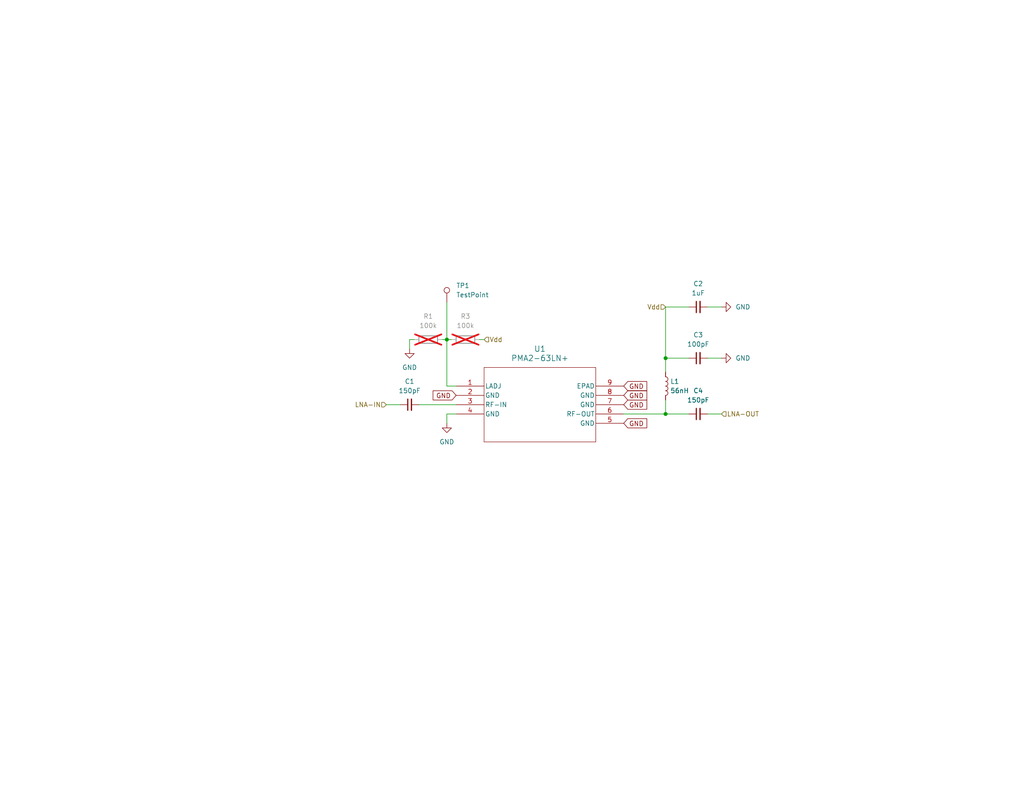
<source format=kicad_sch>
(kicad_sch (version 20230121) (generator eeschema)

  (uuid eb1bfdab-8793-4eee-ac7f-2e790d598c22)

  (paper "USLetter")

  (title_block
    (title "RF-DFS Gain Circuit")
    (date "2/23/2024")
    (rev "C")
    (company "National Radio Astronomy Observatory")
    (comment 1 "Remy Nguyen")
  )

  (lib_symbols
    (symbol "PMA2-63LN+_1" (pin_names (offset 0.254)) (in_bom yes) (on_board yes)
      (property "Reference" "U1" (at 22.86 10.16 0)
        (effects (font (size 1.524 1.524)))
      )
      (property "Value" "PMA2-63LN+" (at 22.86 7.62 0)
        (effects (font (size 1.524 1.524)))
      )
      (property "Footprint" "Imports:SON8_PMA2_MNC" (at 0 0 0)
        (effects (font (size 1.27 1.27) italic) hide)
      )
      (property "Datasheet" "PMA2-63LN+" (at 0 0 0)
        (effects (font (size 1.27 1.27) italic) hide)
      )
      (property "ki_locked" "" (at 0 0 0)
        (effects (font (size 1.27 1.27)))
      )
      (property "ki_keywords" "PMA2-63LN+" (at 0 0 0)
        (effects (font (size 1.27 1.27)) hide)
      )
      (property "ki_fp_filters" "SON8_PMA2_MNC SON8_PMA2_MNC-M SON8_PMA2_MNC-L" (at 0 0 0)
        (effects (font (size 1.27 1.27)) hide)
      )
      (symbol "PMA2-63LN+_1_0_1"
        (polyline
          (pts
            (xy 7.62 -15.24)
            (xy 38.1 -15.24)
          )
          (stroke (width 0.127) (type default))
          (fill (type none))
        )
        (polyline
          (pts
            (xy 7.62 5.08)
            (xy 7.62 -15.24)
          )
          (stroke (width 0.127) (type default))
          (fill (type none))
        )
        (polyline
          (pts
            (xy 38.1 -15.24)
            (xy 38.1 5.08)
          )
          (stroke (width 0.127) (type default))
          (fill (type none))
        )
        (polyline
          (pts
            (xy 38.1 5.08)
            (xy 7.62 5.08)
          )
          (stroke (width 0.127) (type default))
          (fill (type none))
        )
        (pin bidirectional line (at 0 0 0) (length 7.62)
          (name "LADJ" (effects (font (size 1.27 1.27))))
          (number "1" (effects (font (size 1.27 1.27))))
        )
        (pin input line (at 0 -5.08 0) (length 7.62)
          (name "RF-IN" (effects (font (size 1.27 1.27))))
          (number "3" (effects (font (size 1.27 1.27))))
        )
        (pin output line (at 45.72 -7.62 180) (length 7.62)
          (name "RF-OUT" (effects (font (size 1.27 1.27))))
          (number "6" (effects (font (size 1.27 1.27))))
        )
      )
      (symbol "PMA2-63LN+_1_1_1"
        (pin power_in line (at 0 -2.54 0) (length 7.62)
          (name "GND" (effects (font (size 1.27 1.27))))
          (number "2" (effects (font (size 1.27 1.27))))
        )
        (pin power_in line (at 0 -7.62 0) (length 7.62)
          (name "GND" (effects (font (size 1.27 1.27))))
          (number "4" (effects (font (size 1.27 1.27))))
        )
        (pin power_in line (at 45.72 -10.16 180) (length 7.62)
          (name "GND" (effects (font (size 1.27 1.27))))
          (number "5" (effects (font (size 1.27 1.27))))
        )
        (pin power_in line (at 45.72 -5.08 180) (length 7.62)
          (name "GND" (effects (font (size 1.27 1.27))))
          (number "7" (effects (font (size 1.27 1.27))))
        )
        (pin power_in line (at 45.72 -2.54 180) (length 7.62)
          (name "GND" (effects (font (size 1.27 1.27))))
          (number "8" (effects (font (size 1.27 1.27))))
        )
        (pin power_in line (at 45.72 0 180) (length 7.62)
          (name "EPAD" (effects (font (size 1.27 1.27))))
          (number "9" (effects (font (size 1.27 1.27))))
        )
      )
    )
    (symbol "power:GND" (power) (pin_names (offset 0)) (in_bom yes) (on_board yes)
      (property "Reference" "#PWR" (at 0 -6.35 0)
        (effects (font (size 1.27 1.27)) hide)
      )
      (property "Value" "GND" (at 0 -3.81 0)
        (effects (font (size 1.27 1.27)))
      )
      (property "Footprint" "" (at 0 0 0)
        (effects (font (size 1.27 1.27)) hide)
      )
      (property "Datasheet" "" (at 0 0 0)
        (effects (font (size 1.27 1.27)) hide)
      )
      (property "ki_keywords" "global power" (at 0 0 0)
        (effects (font (size 1.27 1.27)) hide)
      )
      (property "ki_description" "Power symbol creates a global label with name \"GND\" , ground" (at 0 0 0)
        (effects (font (size 1.27 1.27)) hide)
      )
      (symbol "GND_0_1"
        (polyline
          (pts
            (xy 0 0)
            (xy 0 -1.27)
            (xy 1.27 -1.27)
            (xy 0 -2.54)
            (xy -1.27 -1.27)
            (xy 0 -1.27)
          )
          (stroke (width 0) (type default))
          (fill (type none))
        )
      )
      (symbol "GND_1_1"
        (pin power_in line (at 0 0 270) (length 0) hide
          (name "GND" (effects (font (size 1.27 1.27))))
          (number "1" (effects (font (size 1.27 1.27))))
        )
      )
    )
    (symbol "rf-dfs:C_Small" (pin_numbers hide) (pin_names (offset 0.254) hide) (in_bom yes) (on_board yes)
      (property "Reference" "C" (at 0.254 1.778 0)
        (effects (font (size 1.27 1.27)) (justify left))
      )
      (property "Value" "C_Small" (at 0.254 -2.032 0)
        (effects (font (size 1.27 1.27)) (justify left))
      )
      (property "Footprint" "" (at 0 0 0)
        (effects (font (size 1.27 1.27)) hide)
      )
      (property "Datasheet" "~" (at 0 0 0)
        (effects (font (size 1.27 1.27)) hide)
      )
      (property "ki_keywords" "capacitor cap" (at 0 0 0)
        (effects (font (size 1.27 1.27)) hide)
      )
      (property "ki_description" "Unpolarized capacitor, small symbol" (at 0 0 0)
        (effects (font (size 1.27 1.27)) hide)
      )
      (property "ki_fp_filters" "C_*" (at 0 0 0)
        (effects (font (size 1.27 1.27)) hide)
      )
      (symbol "C_Small_0_1"
        (polyline
          (pts
            (xy -1.524 -0.508)
            (xy 1.524 -0.508)
          )
          (stroke (width 0.3302) (type default))
          (fill (type none))
        )
        (polyline
          (pts
            (xy -1.524 0.508)
            (xy 1.524 0.508)
          )
          (stroke (width 0.3048) (type default))
          (fill (type none))
        )
      )
      (symbol "C_Small_1_1"
        (pin passive line (at 0 2.54 270) (length 2.032)
          (name "~" (effects (font (size 1.27 1.27))))
          (number "1" (effects (font (size 1.27 1.27))))
        )
        (pin passive line (at 0 -2.54 90) (length 2.032)
          (name "~" (effects (font (size 1.27 1.27))))
          (number "2" (effects (font (size 1.27 1.27))))
        )
      )
    )
    (symbol "rf-dfs:L" (pin_numbers hide) (pin_names (offset 1.016) hide) (in_bom yes) (on_board yes)
      (property "Reference" "L" (at -1.27 0 90)
        (effects (font (size 1.27 1.27)))
      )
      (property "Value" "L" (at 1.905 0 90)
        (effects (font (size 1.27 1.27)))
      )
      (property "Footprint" "" (at 0 0 0)
        (effects (font (size 1.27 1.27)) hide)
      )
      (property "Datasheet" "~" (at 0 0 0)
        (effects (font (size 1.27 1.27)) hide)
      )
      (property "ki_keywords" "inductor choke coil reactor magnetic" (at 0 0 0)
        (effects (font (size 1.27 1.27)) hide)
      )
      (property "ki_description" "Inductor" (at 0 0 0)
        (effects (font (size 1.27 1.27)) hide)
      )
      (property "ki_fp_filters" "Choke_* *Coil* Inductor_* L_*" (at 0 0 0)
        (effects (font (size 1.27 1.27)) hide)
      )
      (symbol "L_0_1"
        (arc (start 0 -2.54) (mid 0.6323 -1.905) (end 0 -1.27)
          (stroke (width 0) (type default))
          (fill (type none))
        )
        (arc (start 0 -1.27) (mid 0.6323 -0.635) (end 0 0)
          (stroke (width 0) (type default))
          (fill (type none))
        )
        (arc (start 0 0) (mid 0.6323 0.635) (end 0 1.27)
          (stroke (width 0) (type default))
          (fill (type none))
        )
        (arc (start 0 1.27) (mid 0.6323 1.905) (end 0 2.54)
          (stroke (width 0) (type default))
          (fill (type none))
        )
      )
      (symbol "L_1_1"
        (pin passive line (at 0 3.81 270) (length 1.27)
          (name "1" (effects (font (size 1.27 1.27))))
          (number "1" (effects (font (size 1.27 1.27))))
        )
        (pin passive line (at 0 -3.81 90) (length 1.27)
          (name "2" (effects (font (size 1.27 1.27))))
          (number "2" (effects (font (size 1.27 1.27))))
        )
      )
    )
    (symbol "rf-dfs:R" (pin_numbers hide) (pin_names (offset 0)) (in_bom yes) (on_board yes)
      (property "Reference" "R" (at 2.032 0 90)
        (effects (font (size 1.27 1.27)))
      )
      (property "Value" "R" (at 0 0 90)
        (effects (font (size 1.27 1.27)))
      )
      (property "Footprint" "" (at -1.778 0 90)
        (effects (font (size 1.27 1.27)) hide)
      )
      (property "Datasheet" "~" (at 0 0 0)
        (effects (font (size 1.27 1.27)) hide)
      )
      (property "ki_keywords" "R res resistor" (at 0 0 0)
        (effects (font (size 1.27 1.27)) hide)
      )
      (property "ki_description" "Resistor" (at 0 0 0)
        (effects (font (size 1.27 1.27)) hide)
      )
      (property "ki_fp_filters" "R_*" (at 0 0 0)
        (effects (font (size 1.27 1.27)) hide)
      )
      (symbol "R_0_1"
        (rectangle (start -1.016 -2.54) (end 1.016 2.54)
          (stroke (width 0.254) (type default))
          (fill (type none))
        )
      )
      (symbol "R_1_1"
        (pin passive line (at 0 3.81 270) (length 1.27)
          (name "~" (effects (font (size 1.27 1.27))))
          (number "1" (effects (font (size 1.27 1.27))))
        )
        (pin passive line (at 0 -3.81 90) (length 1.27)
          (name "~" (effects (font (size 1.27 1.27))))
          (number "2" (effects (font (size 1.27 1.27))))
        )
      )
    )
    (symbol "rf-dfs:TestPoint" (pin_numbers hide) (pin_names (offset 0.762) hide) (in_bom yes) (on_board yes)
      (property "Reference" "TP" (at 0 6.858 0)
        (effects (font (size 1.27 1.27)))
      )
      (property "Value" "TestPoint" (at 0 5.08 0)
        (effects (font (size 1.27 1.27)))
      )
      (property "Footprint" "" (at 5.08 0 0)
        (effects (font (size 1.27 1.27)) hide)
      )
      (property "Datasheet" "~" (at 5.08 0 0)
        (effects (font (size 1.27 1.27)) hide)
      )
      (property "ki_keywords" "test point tp" (at 0 0 0)
        (effects (font (size 1.27 1.27)) hide)
      )
      (property "ki_description" "test point" (at 0 0 0)
        (effects (font (size 1.27 1.27)) hide)
      )
      (property "ki_fp_filters" "Pin* Test*" (at 0 0 0)
        (effects (font (size 1.27 1.27)) hide)
      )
      (symbol "TestPoint_0_1"
        (circle (center 0 3.302) (radius 0.762)
          (stroke (width 0) (type default))
          (fill (type none))
        )
      )
      (symbol "TestPoint_1_1"
        (pin passive line (at 0 0 90) (length 2.54)
          (name "1" (effects (font (size 1.27 1.27))))
          (number "1" (effects (font (size 1.27 1.27))))
        )
      )
    )
  )

  (junction (at 181.61 97.79) (diameter 0) (color 0 0 0 0)
    (uuid 1b0a6473-4c55-4353-8fce-ab1488083ea2)
  )
  (junction (at 181.61 113.03) (diameter 0) (color 0 0 0 0)
    (uuid 53f4bac2-ace9-42ae-82e1-20c73e358f8b)
  )
  (junction (at 121.92 92.71) (diameter 0) (color 0 0 0 0)
    (uuid b125dc87-0fd0-4c6b-9575-f4ade64a5d9e)
  )

  (wire (pts (xy 193.04 83.82) (xy 196.85 83.82))
    (stroke (width 0) (type default))
    (uuid 055bd4d7-8c4c-415b-b407-6e0686b65b26)
  )
  (wire (pts (xy 105.41 110.49) (xy 109.22 110.49))
    (stroke (width 0) (type default))
    (uuid 09a85c62-a5c3-436d-9380-6f0e2d8881e3)
  )
  (wire (pts (xy 111.76 92.71) (xy 111.76 95.25))
    (stroke (width 0) (type default))
    (uuid 1ff370f1-8834-4329-851c-ddf58c2033c0)
  )
  (wire (pts (xy 121.92 82.55) (xy 121.92 92.71))
    (stroke (width 0) (type default))
    (uuid 313daa78-7350-4dd9-a5b8-bb16020c8506)
  )
  (wire (pts (xy 181.61 83.82) (xy 181.61 97.79))
    (stroke (width 0) (type default))
    (uuid 55e8eee5-505b-4375-b5b5-4ee269d87b78)
  )
  (wire (pts (xy 114.3 110.49) (xy 124.46 110.49))
    (stroke (width 0) (type default))
    (uuid 5f285127-0216-45b5-9921-454b8ec01b1e)
  )
  (wire (pts (xy 181.61 97.79) (xy 181.61 101.6))
    (stroke (width 0) (type default))
    (uuid 6028d79e-ba7b-4c89-83b5-068192aead45)
  )
  (wire (pts (xy 170.18 113.03) (xy 181.61 113.03))
    (stroke (width 0) (type default))
    (uuid 7824646a-f953-4a46-8db9-cc5f70a48781)
  )
  (wire (pts (xy 124.46 105.41) (xy 121.92 105.41))
    (stroke (width 0) (type default))
    (uuid 8a409751-7e08-4e9f-be7d-a73a085b1e70)
  )
  (wire (pts (xy 123.19 92.71) (xy 121.92 92.71))
    (stroke (width 0) (type default))
    (uuid a25e43e8-703c-4a42-9fbf-4893b0ef25dd)
  )
  (wire (pts (xy 187.96 97.79) (xy 181.61 97.79))
    (stroke (width 0) (type default))
    (uuid ae99050a-8203-44c0-b682-61da3d23c49b)
  )
  (wire (pts (xy 124.46 113.03) (xy 121.92 113.03))
    (stroke (width 0) (type default))
    (uuid b16d247a-cf31-4f64-a715-c35c588bfd22)
  )
  (wire (pts (xy 181.61 109.22) (xy 181.61 113.03))
    (stroke (width 0) (type default))
    (uuid c18a7a57-7e16-4cf7-8a00-e78a2704ad6c)
  )
  (wire (pts (xy 187.96 83.82) (xy 181.61 83.82))
    (stroke (width 0) (type default))
    (uuid c2e82d9a-36b6-4b54-a2b2-06b850d18137)
  )
  (wire (pts (xy 181.61 113.03) (xy 187.96 113.03))
    (stroke (width 0) (type default))
    (uuid c3d01e37-706f-4f0e-ab66-4e28cf2abe41)
  )
  (wire (pts (xy 120.65 92.71) (xy 121.92 92.71))
    (stroke (width 0) (type default))
    (uuid c5dfd80a-b2b3-481c-98b8-46e32b346923)
  )
  (wire (pts (xy 113.03 92.71) (xy 111.76 92.71))
    (stroke (width 0) (type default))
    (uuid c965f6db-78e1-41a4-942e-e8001b481593)
  )
  (wire (pts (xy 193.04 97.79) (xy 196.85 97.79))
    (stroke (width 0) (type default))
    (uuid db15dd1a-8006-4128-9d65-b903c5659cdc)
  )
  (wire (pts (xy 132.08 92.71) (xy 130.81 92.71))
    (stroke (width 0) (type default))
    (uuid de5c6f78-d4b6-4db6-9857-85e6185815e9)
  )
  (wire (pts (xy 121.92 92.71) (xy 121.92 105.41))
    (stroke (width 0) (type default))
    (uuid ebb726fa-fd28-48f5-8f08-75d2ae27e09c)
  )
  (wire (pts (xy 121.92 113.03) (xy 121.92 115.57))
    (stroke (width 0) (type default))
    (uuid ec14539c-7bcc-4d8f-b59c-4a843a897267)
  )
  (wire (pts (xy 193.04 113.03) (xy 196.85 113.03))
    (stroke (width 0) (type default))
    (uuid f8201776-afd0-45ba-a708-23a4d0db429c)
  )

  (global_label "GND" (shape input) (at 170.18 110.49 0) (fields_autoplaced)
    (effects (font (size 1.27 1.27)) (justify left))
    (uuid 12e4fd5b-6fa0-46b5-ab38-62a03a81b1b2)
    (property "Intersheetrefs" "${INTERSHEET_REFS}" (at 176.9563 110.49 0)
      (effects (font (size 1.27 1.27)) (justify left) hide)
    )
  )
  (global_label "GND" (shape input) (at 170.18 105.41 0) (fields_autoplaced)
    (effects (font (size 1.27 1.27)) (justify left))
    (uuid 87e3a4a6-be25-44ef-ae55-efca4e640601)
    (property "Intersheetrefs" "${INTERSHEET_REFS}" (at 176.9563 105.41 0)
      (effects (font (size 1.27 1.27)) (justify left) hide)
    )
  )
  (global_label "GND" (shape input) (at 124.46 107.95 180) (fields_autoplaced)
    (effects (font (size 1.27 1.27)) (justify right))
    (uuid 8ecf692f-66d3-41fb-a558-60607b2d396c)
    (property "Intersheetrefs" "${INTERSHEET_REFS}" (at 117.6837 107.95 0)
      (effects (font (size 1.27 1.27)) (justify right) hide)
    )
  )
  (global_label "GND" (shape input) (at 170.18 115.57 0) (fields_autoplaced)
    (effects (font (size 1.27 1.27)) (justify left))
    (uuid 9dd28ebf-a3e8-41a8-81b3-154564f4683f)
    (property "Intersheetrefs" "${INTERSHEET_REFS}" (at 176.9563 115.57 0)
      (effects (font (size 1.27 1.27)) (justify left) hide)
    )
  )
  (global_label "GND" (shape input) (at 170.18 107.95 0) (fields_autoplaced)
    (effects (font (size 1.27 1.27)) (justify left))
    (uuid eedbe369-998d-4795-be10-ae32fbe70390)
    (property "Intersheetrefs" "${INTERSHEET_REFS}" (at 176.9563 107.95 0)
      (effects (font (size 1.27 1.27)) (justify left) hide)
    )
  )

  (hierarchical_label "LNA-OUT" (shape input) (at 196.85 113.03 0) (fields_autoplaced)
    (effects (font (size 1.27 1.27)) (justify left))
    (uuid 170f7be4-a02e-4b73-be6d-49cd75fafef8)
  )
  (hierarchical_label "Vdd" (shape input) (at 132.08 92.71 0) (fields_autoplaced)
    (effects (font (size 1.27 1.27)) (justify left))
    (uuid 41327531-e87c-4b37-915e-4646230ee8e5)
  )
  (hierarchical_label "LNA-IN" (shape input) (at 105.41 110.49 180) (fields_autoplaced)
    (effects (font (size 1.27 1.27)) (justify right))
    (uuid 43d2b2e4-3fb2-430d-886c-20cd52487aae)
  )
  (hierarchical_label "Vdd" (shape input) (at 181.61 83.82 180) (fields_autoplaced)
    (effects (font (size 1.27 1.27)) (justify right))
    (uuid cb590487-af71-46fa-b6b3-5f522859f90c)
  )

  (symbol (lib_id "power:GND") (at 196.85 97.79 90) (unit 1)
    (in_bom yes) (on_board yes) (dnp no) (fields_autoplaced)
    (uuid 22bc6538-e395-4390-808e-369b4dbb159b)
    (property "Reference" "#PWR016" (at 203.2 97.79 0)
      (effects (font (size 1.27 1.27)) hide)
    )
    (property "Value" "GND" (at 200.66 97.79 90)
      (effects (font (size 1.27 1.27)) (justify right))
    )
    (property "Footprint" "" (at 196.85 97.79 0)
      (effects (font (size 1.27 1.27)) hide)
    )
    (property "Datasheet" "" (at 196.85 97.79 0)
      (effects (font (size 1.27 1.27)) hide)
    )
    (pin "1" (uuid 6505e30f-86a3-4acd-a777-b253af68582b))
    (instances
      (project "002.35.20.15.20-001-PCB-LNA"
        (path "/a33db424-96f2-4015-ba95-8b9f2330ef17/9ff85c99-1040-4eb9-b5d8-3cc01caa0e77"
          (reference "#PWR016") (unit 1)
        )
        (path "/a33db424-96f2-4015-ba95-8b9f2330ef17/ba672304-1315-4178-9e1d-d553703e5b04"
          (reference "#PWR08") (unit 1)
        )
      )
    )
  )

  (symbol (lib_id "rf-dfs:C_Small") (at 190.5 83.82 90) (unit 1)
    (in_bom yes) (on_board yes) (dnp no) (fields_autoplaced)
    (uuid 2587ea3a-5d39-48fc-a72a-872718f6ab9e)
    (property "Reference" "C2" (at 190.5063 77.47 90)
      (effects (font (size 1.27 1.27)))
    )
    (property "Value" "1uF" (at 190.5063 80.01 90)
      (effects (font (size 1.27 1.27)))
    )
    (property "Footprint" "Capacitor_SMD:C_0402_1005Metric" (at 190.5 83.82 0)
      (effects (font (size 1.27 1.27)) hide)
    )
    (property "Datasheet" "~" (at 190.5 83.82 0)
      (effects (font (size 1.27 1.27)) hide)
    )
    (property "Link" "https://www.digikey.com/en/products/detail/murata-electronics/GRM155R61E105KA12D/4905139" (at 190.5 83.82 0)
      (effects (font (size 1.27 1.27)) hide)
    )
    (pin "1" (uuid 4ce53d6b-22cb-487f-b077-535205afe79b))
    (pin "2" (uuid 19aee9e6-2e36-47a5-9685-c9fc433b2a65))
    (instances
      (project "002.35.20.15.20-001-PCB-LNA"
        (path "/a33db424-96f2-4015-ba95-8b9f2330ef17/9ff85c99-1040-4eb9-b5d8-3cc01caa0e77"
          (reference "C2") (unit 1)
        )
        (path "/a33db424-96f2-4015-ba95-8b9f2330ef17/ba672304-1315-4178-9e1d-d553703e5b04"
          (reference "C6") (unit 1)
        )
      )
    )
  )

  (symbol (lib_id "rf-dfs:L") (at 181.61 105.41 0) (unit 1)
    (in_bom yes) (on_board yes) (dnp no) (fields_autoplaced)
    (uuid 2bef77c0-72fa-45ff-89d6-14933df6690e)
    (property "Reference" "L1" (at 182.88 104.14 0)
      (effects (font (size 1.27 1.27)) (justify left))
    )
    (property "Value" "56nH" (at 182.88 106.68 0)
      (effects (font (size 1.27 1.27)) (justify left))
    )
    (property "Footprint" "Inductor_SMD:L_0402_1005Metric" (at 181.61 105.41 0)
      (effects (font (size 1.27 1.27)) hide)
    )
    (property "Datasheet" "~" (at 181.61 105.41 0)
      (effects (font (size 1.27 1.27)) hide)
    )
    (property "Link" "https://www.mouser.com/ProductDetail/Coilcraft/0402CS-56NXGLW?qs=JVZp5BaCFzgAnjagIlSj3A%3D%3D" (at 181.61 105.41 0)
      (effects (font (size 1.27 1.27)) hide)
    )
    (pin "1" (uuid 21698ec3-9e44-4f48-9023-d9e72afc9070))
    (pin "2" (uuid c87f2cc3-a65c-4fb6-bd8a-f3dedf39c4da))
    (instances
      (project "002.35.20.15.20-001-PCB-LNA"
        (path "/a33db424-96f2-4015-ba95-8b9f2330ef17/9ff85c99-1040-4eb9-b5d8-3cc01caa0e77"
          (reference "L1") (unit 1)
        )
        (path "/a33db424-96f2-4015-ba95-8b9f2330ef17/ba672304-1315-4178-9e1d-d553703e5b04"
          (reference "L2") (unit 1)
        )
      )
    )
  )

  (symbol (lib_id "rf-dfs:C_Small") (at 190.5 97.79 90) (unit 1)
    (in_bom yes) (on_board yes) (dnp no) (fields_autoplaced)
    (uuid 34109670-7907-474c-83c5-e8f949c3cd1b)
    (property "Reference" "C3" (at 190.5063 91.44 90)
      (effects (font (size 1.27 1.27)))
    )
    (property "Value" "100pF" (at 190.5063 93.98 90)
      (effects (font (size 1.27 1.27)))
    )
    (property "Footprint" "Capacitor_SMD:C_0402_1005Metric" (at 190.5 97.79 0)
      (effects (font (size 1.27 1.27)) hide)
    )
    (property "Datasheet" "~" (at 190.5 97.79 0)
      (effects (font (size 1.27 1.27)) hide)
    )
    (property "Link" "https://www.digikey.com/en/products/detail/murata-electronics/GRM1555C1H101JA01D/3693829" (at 190.5 97.79 0)
      (effects (font (size 1.27 1.27)) hide)
    )
    (pin "1" (uuid ae7f10c4-5cea-425f-8167-446a0b741026))
    (pin "2" (uuid da93060a-589a-46c6-a1b6-a22a199f69e5))
    (instances
      (project "002.35.20.15.20-001-PCB-LNA"
        (path "/a33db424-96f2-4015-ba95-8b9f2330ef17/9ff85c99-1040-4eb9-b5d8-3cc01caa0e77"
          (reference "C3") (unit 1)
        )
        (path "/a33db424-96f2-4015-ba95-8b9f2330ef17/ba672304-1315-4178-9e1d-d553703e5b04"
          (reference "C7") (unit 1)
        )
      )
    )
  )

  (symbol (lib_name "PMA2-63LN+_1") (lib_id "rf-dfs:PMA2-63LN+_1") (at 124.46 105.41 0) (unit 1)
    (in_bom yes) (on_board yes) (dnp no) (fields_autoplaced)
    (uuid 486c9cfe-714a-40f0-befa-9d816e2b9b1a)
    (property "Reference" "U1" (at 147.32 95.25 0)
      (effects (font (size 1.524 1.524)))
    )
    (property "Value" "PMA2-63LN+" (at 147.32 97.79 0)
      (effects (font (size 1.524 1.524)))
    )
    (property "Footprint" "Imports:SON8_PMA2_MNC" (at 124.46 105.41 0)
      (effects (font (size 1.27 1.27) italic) hide)
    )
    (property "Datasheet" "PMA2-63LN+" (at 124.46 105.41 0)
      (effects (font (size 1.27 1.27) italic) hide)
    )
    (property "Link" "https://www.minicircuits.com/WebStore/dashboard.html?model=PMA2-63LN%2B" (at 124.46 105.41 0)
      (effects (font (size 1.27 1.27)) hide)
    )
    (pin "1" (uuid 84775aa3-a8e0-46c3-8abc-787b953ef14e))
    (pin "3" (uuid 0e0f0117-7bdb-4021-9fc7-7305647ba6af))
    (pin "6" (uuid 98a31a4a-f8c8-475f-b03f-cbd54094e5db))
    (pin "2" (uuid 9c43d7ea-ab74-4875-a3e3-a8f24a882390))
    (pin "4" (uuid 7a29de0e-5c79-481c-b493-a1e980ba99e3))
    (pin "5" (uuid ec3f1578-5a88-40ea-b9f7-d4fb743dc0b0))
    (pin "7" (uuid 8781bb5e-2a1e-448b-9ca2-1bff1820f31c))
    (pin "8" (uuid 1938a37c-a552-495f-a324-41a29d7c509f))
    (pin "9" (uuid ebdae88e-1fff-4ae7-8593-d379575d8528))
    (instances
      (project "002.35.20.15.20-001-PCB-LNA"
        (path "/a33db424-96f2-4015-ba95-8b9f2330ef17/9ff85c99-1040-4eb9-b5d8-3cc01caa0e77"
          (reference "U1") (unit 1)
        )
        (path "/a33db424-96f2-4015-ba95-8b9f2330ef17/ba672304-1315-4178-9e1d-d553703e5b04"
          (reference "U2") (unit 1)
        )
      )
    )
  )

  (symbol (lib_id "rf-dfs:C_Small") (at 190.5 113.03 90) (unit 1)
    (in_bom yes) (on_board yes) (dnp no) (fields_autoplaced)
    (uuid 5fcbf39a-a3d2-43f2-9bb0-0aa7152a1205)
    (property "Reference" "C4" (at 190.5063 106.68 90)
      (effects (font (size 1.27 1.27)))
    )
    (property "Value" "150pF" (at 190.5063 109.22 90)
      (effects (font (size 1.27 1.27)))
    )
    (property "Footprint" "Capacitor_SMD:C_0402_1005Metric" (at 190.5 113.03 0)
      (effects (font (size 1.27 1.27)) hide)
    )
    (property "Datasheet" "~" (at 190.5 113.03 0)
      (effects (font (size 1.27 1.27)) hide)
    )
    (property "Link" "https://www.digikey.com/en/products/detail/murata-electronics/GRM1555C1H151JA01J/2543888" (at 190.5 113.03 0)
      (effects (font (size 1.27 1.27)) hide)
    )
    (pin "1" (uuid f3a469e3-dd5e-4155-8391-48e43227d3af))
    (pin "2" (uuid d34851ce-efa5-4222-987e-01d595717ac5))
    (instances
      (project "002.35.20.15.20-001-PCB-LNA"
        (path "/a33db424-96f2-4015-ba95-8b9f2330ef17/9ff85c99-1040-4eb9-b5d8-3cc01caa0e77"
          (reference "C4") (unit 1)
        )
        (path "/a33db424-96f2-4015-ba95-8b9f2330ef17/ba672304-1315-4178-9e1d-d553703e5b04"
          (reference "C8") (unit 1)
        )
      )
    )
  )

  (symbol (lib_id "power:GND") (at 111.76 95.25 0) (unit 1)
    (in_bom yes) (on_board yes) (dnp no) (fields_autoplaced)
    (uuid 61f2ead6-5abc-4ed3-adbb-87ede6897482)
    (property "Reference" "#PWR01" (at 111.76 101.6 0)
      (effects (font (size 1.27 1.27)) hide)
    )
    (property "Value" "GND" (at 111.76 100.33 0)
      (effects (font (size 1.27 1.27)))
    )
    (property "Footprint" "" (at 111.76 95.25 0)
      (effects (font (size 1.27 1.27)) hide)
    )
    (property "Datasheet" "" (at 111.76 95.25 0)
      (effects (font (size 1.27 1.27)) hide)
    )
    (pin "1" (uuid aab3965f-b0f1-4bea-bbe5-b32b2e5e9941))
    (instances
      (project "002.35.20.15.20-001-PCB-LNA"
        (path "/a33db424-96f2-4015-ba95-8b9f2330ef17/9ff85c99-1040-4eb9-b5d8-3cc01caa0e77"
          (reference "#PWR01") (unit 1)
        )
        (path "/a33db424-96f2-4015-ba95-8b9f2330ef17/ba672304-1315-4178-9e1d-d553703e5b04"
          (reference "#PWR02") (unit 1)
        )
      )
    )
  )

  (symbol (lib_id "rf-dfs:C_Small") (at 111.76 110.49 90) (unit 1)
    (in_bom yes) (on_board yes) (dnp no) (fields_autoplaced)
    (uuid 70d88a39-afbe-4f98-bb2d-aee373b752d4)
    (property "Reference" "C1" (at 111.7663 104.14 90)
      (effects (font (size 1.27 1.27)))
    )
    (property "Value" "150pF" (at 111.7663 106.68 90)
      (effects (font (size 1.27 1.27)))
    )
    (property "Footprint" "Capacitor_SMD:C_0402_1005Metric" (at 111.76 110.49 0)
      (effects (font (size 1.27 1.27)) hide)
    )
    (property "Datasheet" "~" (at 111.76 110.49 0)
      (effects (font (size 1.27 1.27)) hide)
    )
    (property "Link" "https://www.digikey.com/en/products/detail/murata-electronics/GRM1555C1H151JA01J/2543888" (at 111.76 110.49 0)
      (effects (font (size 1.27 1.27)) hide)
    )
    (pin "1" (uuid b49a51f2-c2a8-422c-8147-050e06cbd08e))
    (pin "2" (uuid e5e6bb1c-8644-40d4-8f09-ab724eb75fcc))
    (instances
      (project "002.35.20.15.20-001-PCB-LNA"
        (path "/a33db424-96f2-4015-ba95-8b9f2330ef17/9ff85c99-1040-4eb9-b5d8-3cc01caa0e77"
          (reference "C1") (unit 1)
        )
        (path "/a33db424-96f2-4015-ba95-8b9f2330ef17/ba672304-1315-4178-9e1d-d553703e5b04"
          (reference "C5") (unit 1)
        )
      )
    )
  )

  (symbol (lib_id "rf-dfs:TestPoint") (at 121.92 82.55 0) (unit 1)
    (in_bom yes) (on_board yes) (dnp no) (fields_autoplaced)
    (uuid 754e804d-caff-4817-bc0d-2da22fbb32a7)
    (property "Reference" "TP1" (at 124.46 77.978 0)
      (effects (font (size 1.27 1.27)) (justify left))
    )
    (property "Value" "TestPoint" (at 124.46 80.518 0)
      (effects (font (size 1.27 1.27)) (justify left))
    )
    (property "Footprint" "TestPoint:TestPoint_Loop_D2.54mm_Drill1.5mm_Beaded" (at 127 82.55 0)
      (effects (font (size 1.27 1.27)) hide)
    )
    (property "Datasheet" "~" (at 127 82.55 0)
      (effects (font (size 1.27 1.27)) hide)
    )
    (property "Link" "" (at 121.92 82.55 0)
      (effects (font (size 1.27 1.27)) hide)
    )
    (pin "1" (uuid ab662601-7680-44df-88f1-56770e24311c))
    (instances
      (project "002.35.20.15.20-001-PCB-LNA"
        (path "/a33db424-96f2-4015-ba95-8b9f2330ef17/9ff85c99-1040-4eb9-b5d8-3cc01caa0e77"
          (reference "TP1") (unit 1)
        )
        (path "/a33db424-96f2-4015-ba95-8b9f2330ef17/ba672304-1315-4178-9e1d-d553703e5b04"
          (reference "TP2") (unit 1)
        )
      )
    )
  )

  (symbol (lib_id "rf-dfs:R") (at 116.84 92.71 90) (unit 1)
    (in_bom yes) (on_board yes) (dnp yes) (fields_autoplaced)
    (uuid a8da8503-99c4-4f68-881b-e657f445eda8)
    (property "Reference" "R1" (at 116.84 86.36 90)
      (effects (font (size 1.27 1.27)))
    )
    (property "Value" "100k" (at 116.84 88.9 90)
      (effects (font (size 1.27 1.27)))
    )
    (property "Footprint" "Resistor_SMD:R_0402_1005Metric" (at 116.84 94.488 90)
      (effects (font (size 1.27 1.27)) hide)
    )
    (property "Datasheet" "~" (at 116.84 92.71 0)
      (effects (font (size 1.27 1.27)) hide)
    )
    (property "Link" "" (at 116.84 92.71 0)
      (effects (font (size 1.27 1.27)) hide)
    )
    (pin "1" (uuid 03ec827d-5c36-45e9-8277-d6566898b424))
    (pin "2" (uuid fed04ffa-9877-4d83-a71f-3e9e53b4a68c))
    (instances
      (project "002.35.20.15.20-001-PCB-LNA"
        (path "/a33db424-96f2-4015-ba95-8b9f2330ef17/9ff85c99-1040-4eb9-b5d8-3cc01caa0e77"
          (reference "R1") (unit 1)
        )
        (path "/a33db424-96f2-4015-ba95-8b9f2330ef17/ba672304-1315-4178-9e1d-d553703e5b04"
          (reference "R2") (unit 1)
        )
      )
    )
  )

  (symbol (lib_id "power:GND") (at 196.85 83.82 90) (unit 1)
    (in_bom yes) (on_board yes) (dnp no) (fields_autoplaced)
    (uuid a9c2a804-71f1-499d-9798-83aad7239a3e)
    (property "Reference" "#PWR06" (at 203.2 83.82 0)
      (effects (font (size 1.27 1.27)) hide)
    )
    (property "Value" "GND" (at 200.66 83.82 90)
      (effects (font (size 1.27 1.27)) (justify right))
    )
    (property "Footprint" "" (at 196.85 83.82 0)
      (effects (font (size 1.27 1.27)) hide)
    )
    (property "Datasheet" "" (at 196.85 83.82 0)
      (effects (font (size 1.27 1.27)) hide)
    )
    (pin "1" (uuid 34e5a979-ca84-4384-a8aa-40d1c9224d96))
    (instances
      (project "002.35.20.15.20-001-PCB-LNA"
        (path "/a33db424-96f2-4015-ba95-8b9f2330ef17/9ff85c99-1040-4eb9-b5d8-3cc01caa0e77"
          (reference "#PWR06") (unit 1)
        )
        (path "/a33db424-96f2-4015-ba95-8b9f2330ef17/ba672304-1315-4178-9e1d-d553703e5b04"
          (reference "#PWR07") (unit 1)
        )
      )
    )
  )

  (symbol (lib_id "power:GND") (at 121.92 115.57 0) (unit 1)
    (in_bom yes) (on_board yes) (dnp no) (fields_autoplaced)
    (uuid d217ddfe-0574-4819-9666-dd7160a3620c)
    (property "Reference" "#PWR05" (at 121.92 121.92 0)
      (effects (font (size 1.27 1.27)) hide)
    )
    (property "Value" "GND" (at 121.92 120.65 0)
      (effects (font (size 1.27 1.27)))
    )
    (property "Footprint" "" (at 121.92 115.57 0)
      (effects (font (size 1.27 1.27)) hide)
    )
    (property "Datasheet" "" (at 121.92 115.57 0)
      (effects (font (size 1.27 1.27)) hide)
    )
    (pin "1" (uuid 29ac8401-c91b-4317-99cd-e381ad74c7c4))
    (instances
      (project "002.35.20.15.20-001-PCB-LNA"
        (path "/a33db424-96f2-4015-ba95-8b9f2330ef17/9ff85c99-1040-4eb9-b5d8-3cc01caa0e77"
          (reference "#PWR05") (unit 1)
        )
        (path "/a33db424-96f2-4015-ba95-8b9f2330ef17/ba672304-1315-4178-9e1d-d553703e5b04"
          (reference "#PWR03") (unit 1)
        )
      )
    )
  )

  (symbol (lib_id "rf-dfs:R") (at 127 92.71 90) (unit 1)
    (in_bom yes) (on_board yes) (dnp yes) (fields_autoplaced)
    (uuid eb4bae49-25b8-4a06-9ba2-afddbcbf3521)
    (property "Reference" "R3" (at 127 86.36 90)
      (effects (font (size 1.27 1.27)))
    )
    (property "Value" "100k" (at 127 88.9 90)
      (effects (font (size 1.27 1.27)))
    )
    (property "Footprint" "Resistor_SMD:R_0402_1005Metric" (at 127 94.488 90)
      (effects (font (size 1.27 1.27)) hide)
    )
    (property "Datasheet" "~" (at 127 92.71 0)
      (effects (font (size 1.27 1.27)) hide)
    )
    (property "Link" "" (at 127 92.71 0)
      (effects (font (size 1.27 1.27)) hide)
    )
    (pin "1" (uuid 6f20b8b4-7f96-4595-bcff-30f6f3b8c3bd))
    (pin "2" (uuid a6d13736-eea8-45f2-8051-2919ea3d825e))
    (instances
      (project "002.35.20.15.20-001-PCB-LNA"
        (path "/a33db424-96f2-4015-ba95-8b9f2330ef17/9ff85c99-1040-4eb9-b5d8-3cc01caa0e77"
          (reference "R3") (unit 1)
        )
        (path "/a33db424-96f2-4015-ba95-8b9f2330ef17/ba672304-1315-4178-9e1d-d553703e5b04"
          (reference "R4") (unit 1)
        )
      )
    )
  )
)

</source>
